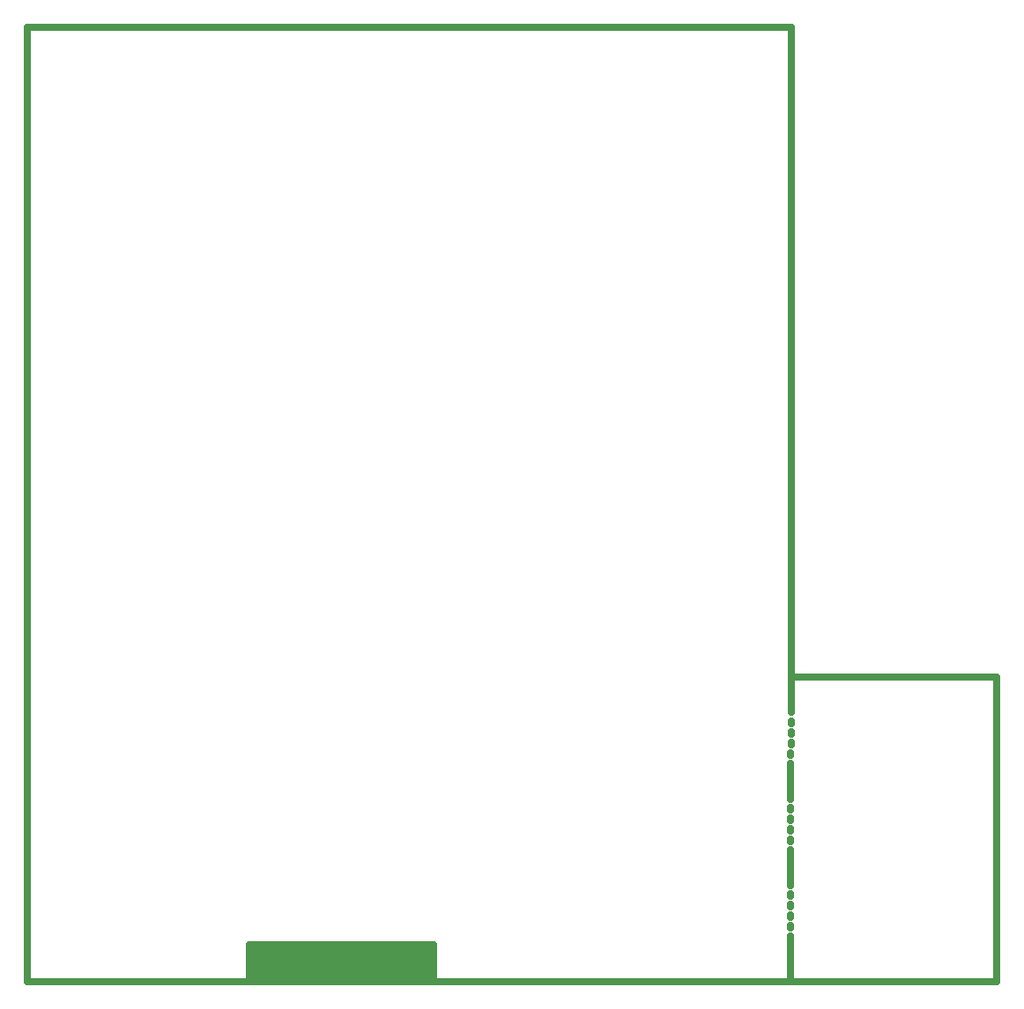
<source format=gko>
G04*
G04 #@! TF.GenerationSoftware,Altium Limited,Altium Designer,23.4.1 (23)*
G04*
G04 Layer_Color=16711680*
%FSLAX25Y25*%
%MOIN*%
G70*
G04*
G04 #@! TF.SameCoordinates,A51C0158-4689-45C6-BA85-3C71187D63DA*
G04*
G04*
G04 #@! TF.FilePolarity,Positive*
G04*
G01*
G75*
%ADD101C,0.02500*%
D101*
X84378Y12705D02*
X153655D01*
X84000Y11005D02*
X153372D01*
X84189Y8551D02*
X153655D01*
X84000Y6380D02*
X153012D01*
X84094Y4303D02*
X153655D01*
X84000Y2321D02*
X153466D01*
X84000Y745D02*
X84645Y100D01*
X84000Y745D02*
Y14045D01*
X153655D01*
Y-0D02*
Y14045D01*
X288752Y115402D02*
X366597D01*
Y-0D02*
Y115402D01*
X289643Y-0D02*
X366597D01*
X288752Y115402D02*
Y361426D01*
X288728Y361450D02*
X288752Y361426D01*
X-0Y361450D02*
X288728D01*
X-0Y-0D02*
Y361450D01*
Y-0D02*
X289643D01*
X288477D02*
X288480Y17379D01*
X288498Y20397D02*
Y21397D01*
X288516Y24415D02*
Y25415D01*
X288535Y28434D02*
Y29434D01*
X288553Y32452D02*
Y33452D01*
X288571Y36470D02*
Y50053D01*
X288643Y65126D02*
Y66126D01*
X288625Y61108D02*
Y62108D01*
X288607Y57090D02*
Y58090D01*
X288589Y53071D02*
Y54071D01*
X288662Y69144D02*
Y82727D01*
X288680Y85746D02*
Y86746D01*
X288698Y89764D02*
Y90764D01*
X288716Y93782D02*
Y94782D01*
X288734Y97800D02*
Y98800D01*
X288752Y101818D02*
Y115402D01*
M02*

</source>
